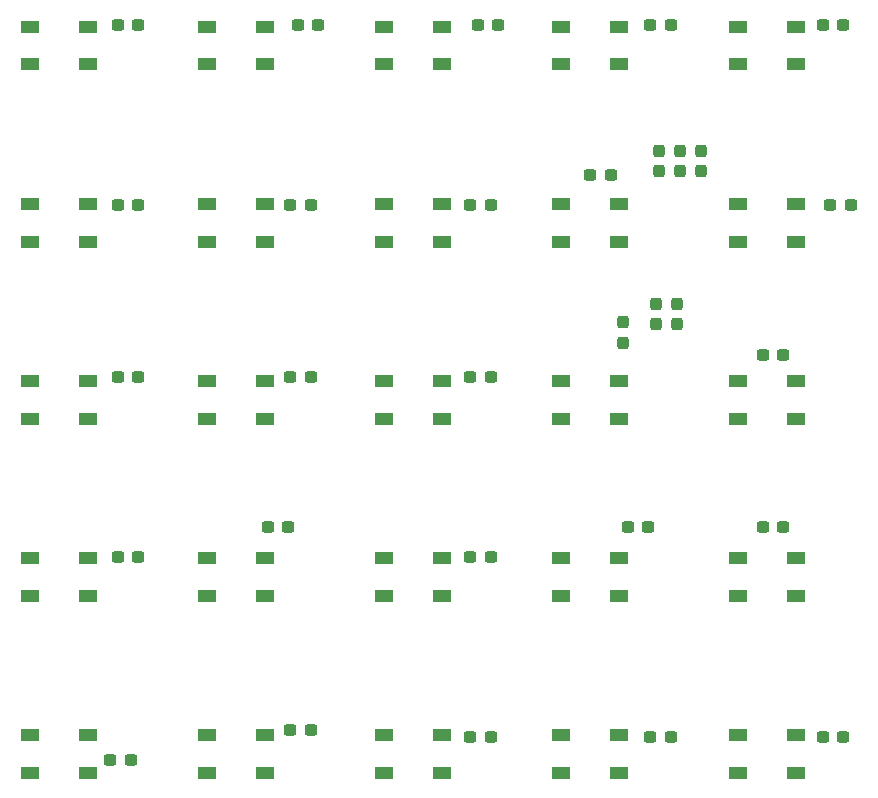
<source format=gbp>
G04 #@! TF.GenerationSoftware,KiCad,Pcbnew,(6.0.5)*
G04 #@! TF.CreationDate,2023-05-13T13:21:23-04:00*
G04 #@! TF.ProjectId,control_board,636f6e74-726f-46c5-9f62-6f6172642e6b,rev?*
G04 #@! TF.SameCoordinates,Original*
G04 #@! TF.FileFunction,Paste,Bot*
G04 #@! TF.FilePolarity,Positive*
%FSLAX46Y46*%
G04 Gerber Fmt 4.6, Leading zero omitted, Abs format (unit mm)*
G04 Created by KiCad (PCBNEW (6.0.5)) date 2023-05-13 13:21:23*
%MOMM*%
%LPD*%
G01*
G04 APERTURE LIST*
G04 Aperture macros list*
%AMRoundRect*
0 Rectangle with rounded corners*
0 $1 Rounding radius*
0 $2 $3 $4 $5 $6 $7 $8 $9 X,Y pos of 4 corners*
0 Add a 4 corners polygon primitive as box body*
4,1,4,$2,$3,$4,$5,$6,$7,$8,$9,$2,$3,0*
0 Add four circle primitives for the rounded corners*
1,1,$1+$1,$2,$3*
1,1,$1+$1,$4,$5*
1,1,$1+$1,$6,$7*
1,1,$1+$1,$8,$9*
0 Add four rect primitives between the rounded corners*
20,1,$1+$1,$2,$3,$4,$5,0*
20,1,$1+$1,$4,$5,$6,$7,0*
20,1,$1+$1,$6,$7,$8,$9,0*
20,1,$1+$1,$8,$9,$2,$3,0*%
G04 Aperture macros list end*
%ADD10RoundRect,0.237500X0.300000X0.237500X-0.300000X0.237500X-0.300000X-0.237500X0.300000X-0.237500X0*%
%ADD11RoundRect,0.237500X-0.300000X-0.237500X0.300000X-0.237500X0.300000X0.237500X-0.300000X0.237500X0*%
%ADD12RoundRect,0.237500X-0.237500X0.300000X-0.237500X-0.300000X0.237500X-0.300000X0.237500X0.300000X0*%
%ADD13R,1.500000X1.000000*%
%ADD14RoundRect,0.237500X0.237500X-0.300000X0.237500X0.300000X-0.237500X0.300000X-0.237500X-0.300000X0*%
G04 APERTURE END LIST*
D10*
X146277500Y-102235000D03*
X144552500Y-102235000D03*
X161517500Y-57150000D03*
X159792500Y-57150000D03*
X146912500Y-57150000D03*
X145187500Y-57150000D03*
X116432500Y-86995000D03*
X114707500Y-86995000D03*
X174397500Y-57150000D03*
X176122500Y-57150000D03*
X131037500Y-72390000D03*
X129312500Y-72390000D03*
D11*
X154712500Y-69850000D03*
X156437500Y-69850000D03*
D10*
X161517500Y-117475000D03*
X159792500Y-117475000D03*
D12*
X157480000Y-82322500D03*
X157480000Y-84047500D03*
D10*
X146277500Y-86995000D03*
X144552500Y-86995000D03*
X131037500Y-86995000D03*
X129312500Y-86995000D03*
X116432500Y-72390000D03*
X114707500Y-72390000D03*
X116432500Y-57150000D03*
X114707500Y-57150000D03*
X131672500Y-57150000D03*
X129947500Y-57150000D03*
X146277500Y-117475000D03*
X144552500Y-117475000D03*
X131037500Y-116840000D03*
X129312500Y-116840000D03*
X129132500Y-99695000D03*
X127407500Y-99695000D03*
X157887500Y-99695000D03*
X159612500Y-99695000D03*
X115797500Y-119380000D03*
X114072500Y-119380000D03*
X146277500Y-72390000D03*
X144552500Y-72390000D03*
X176757500Y-72390000D03*
X175032500Y-72390000D03*
D11*
X169317500Y-99695000D03*
X171042500Y-99695000D03*
D10*
X176122500Y-117475000D03*
X174397500Y-117475000D03*
D11*
X169317500Y-85090000D03*
X171042500Y-85090000D03*
D10*
X116432500Y-102235000D03*
X114707500Y-102235000D03*
D13*
X172150000Y-117300000D03*
X172150000Y-120500000D03*
X167250000Y-120500000D03*
X167250000Y-117300000D03*
X157150000Y-117300000D03*
X157150000Y-120500000D03*
X152250000Y-120500000D03*
X152250000Y-117300000D03*
X142150000Y-117300000D03*
X142150000Y-120500000D03*
X137250000Y-120500000D03*
X137250000Y-117300000D03*
X127150000Y-117300000D03*
X127150000Y-120500000D03*
X122250000Y-120500000D03*
X122250000Y-117300000D03*
X112150000Y-117300000D03*
X112150000Y-120500000D03*
X107250000Y-120500000D03*
X107250000Y-117300000D03*
X172150000Y-102300000D03*
X172150000Y-105500000D03*
X167250000Y-105500000D03*
X167250000Y-102300000D03*
X157150000Y-102300000D03*
X157150000Y-105500000D03*
X152250000Y-105500000D03*
X152250000Y-102300000D03*
X142150000Y-102300000D03*
X142150000Y-105500000D03*
X137250000Y-105500000D03*
X137250000Y-102300000D03*
X127150000Y-102300000D03*
X127150000Y-105500000D03*
X122250000Y-105500000D03*
X122250000Y-102300000D03*
X112150000Y-102300000D03*
X112150000Y-105500000D03*
X107250000Y-105500000D03*
X107250000Y-102300000D03*
X172150000Y-87300000D03*
X172150000Y-90500000D03*
X167250000Y-90500000D03*
X167250000Y-87300000D03*
X157150000Y-87300000D03*
X157150000Y-90500000D03*
X152250000Y-90500000D03*
X152250000Y-87300000D03*
X142150000Y-87300000D03*
X142150000Y-90500000D03*
X137250000Y-90500000D03*
X137250000Y-87300000D03*
X127150000Y-87300000D03*
X127150000Y-90500000D03*
X122250000Y-90500000D03*
X122250000Y-87300000D03*
X112150000Y-87300000D03*
X112150000Y-90500000D03*
X107250000Y-90500000D03*
X107250000Y-87300000D03*
X172150000Y-72300000D03*
X172150000Y-75500000D03*
X167250000Y-75500000D03*
X167250000Y-72300000D03*
X157150000Y-72300000D03*
X157150000Y-75500000D03*
X152250000Y-75500000D03*
X152250000Y-72300000D03*
X142150000Y-72300000D03*
X142150000Y-75500000D03*
X137250000Y-75500000D03*
X137250000Y-72300000D03*
X127150000Y-72300000D03*
X127150000Y-75500000D03*
X122250000Y-75500000D03*
X122250000Y-72300000D03*
X112150000Y-72300000D03*
X112150000Y-75500000D03*
X107250000Y-75500000D03*
X107250000Y-72300000D03*
X172150000Y-57300000D03*
X172150000Y-60500000D03*
X167250000Y-60500000D03*
X167250000Y-57300000D03*
X157150000Y-57300000D03*
X157150000Y-60500000D03*
X152250000Y-60500000D03*
X152250000Y-57300000D03*
X142150000Y-57300000D03*
X142150000Y-60500000D03*
X137250000Y-60500000D03*
X137250000Y-57300000D03*
X127150000Y-57300000D03*
X127150000Y-60500000D03*
X122250000Y-60500000D03*
X122250000Y-57300000D03*
X107250000Y-57300000D03*
X107250000Y-60500000D03*
X112150000Y-60500000D03*
X112150000Y-57300000D03*
D14*
X160560000Y-69564000D03*
X160560000Y-67839000D03*
X164116000Y-69564000D03*
X164116000Y-67839000D03*
D12*
X160306000Y-80793000D03*
X160306000Y-82518000D03*
X162076000Y-82518000D03*
X162076000Y-80793000D03*
D14*
X162338000Y-69564000D03*
X162338000Y-67839000D03*
M02*

</source>
